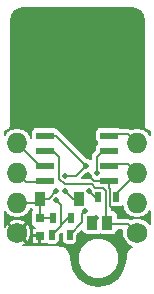
<source format=gbr>
G04 #@! TF.FileFunction,Copper,L2,Bot,Signal*
%FSLAX46Y46*%
G04 Gerber Fmt 4.6, Leading zero omitted, Abs format (unit mm)*
G04 Created by KiCad (PCBNEW 4.0.2-stable) date 2016 June 28, Tuesday 15:24:32*
%MOMM*%
G01*
G04 APERTURE LIST*
%ADD10C,0.100000*%
%ADD11R,0.500000X0.900000*%
%ADD12R,0.965200X1.270000*%
%ADD13R,0.750000X0.800000*%
%ADD14R,0.910000X1.220000*%
%ADD15R,1.550000X0.600000*%
%ADD16C,1.727200*%
%ADD17O,1.727200X1.727200*%
%ADD18C,0.500000*%
%ADD19C,0.200000*%
G04 APERTURE END LIST*
D10*
D11*
X164580000Y-103378000D03*
X163080000Y-103378000D03*
D12*
X163830000Y-105537000D03*
X162560000Y-105537000D03*
D11*
X160643000Y-106553000D03*
X159143000Y-106553000D03*
D13*
X158115000Y-105168000D03*
X158115000Y-106668000D03*
D11*
X160770000Y-105156000D03*
X159270000Y-105156000D03*
D14*
X158131000Y-103505000D03*
X161401000Y-103505000D03*
D15*
X163990000Y-98171000D03*
X163990000Y-99441000D03*
X163990000Y-100711000D03*
X163990000Y-101981000D03*
X158590000Y-101981000D03*
X158590000Y-100711000D03*
X158590000Y-99441000D03*
X158590000Y-98171000D03*
D16*
X166370000Y-106426000D03*
D17*
X166370000Y-103886000D03*
X166370000Y-101346000D03*
X166370000Y-98806000D03*
D16*
X156210000Y-106426000D03*
D17*
X156210000Y-103886000D03*
X156210000Y-101346000D03*
X156210000Y-98806000D03*
D18*
X162052000Y-100711000D03*
X159512000Y-102870000D03*
X160274000Y-101600000D03*
X162052000Y-98552000D03*
X162306000Y-101600000D03*
X160274000Y-102870000D03*
X161925000Y-104521000D03*
X162941000Y-101346000D03*
X162306000Y-102870000D03*
X159512000Y-103632000D03*
X162890000Y-105116000D03*
D19*
X158590000Y-98171000D02*
X159512000Y-98171000D01*
X159512000Y-98171000D02*
X162052000Y-100711000D01*
X162052000Y-100711000D02*
X161163000Y-101600000D01*
X161163000Y-101600000D02*
X160274000Y-101600000D01*
X159512000Y-102870000D02*
X158877000Y-103505000D01*
X158877000Y-103505000D02*
X158131000Y-103505000D01*
X159270000Y-105156000D02*
X158127000Y-105156000D01*
X158127000Y-105156000D02*
X158115000Y-105168000D01*
X158115000Y-105168000D02*
X158115000Y-103521000D01*
X158115000Y-103521000D02*
X158131000Y-103505000D01*
X156210000Y-103886000D02*
X157750000Y-103886000D01*
X157750000Y-103886000D02*
X158131000Y-103505000D01*
X158127000Y-105156000D02*
X158115000Y-105168000D01*
X164055402Y-104111402D02*
X164338000Y-104394000D01*
X164055402Y-102714402D02*
X164055402Y-104111402D01*
X163990000Y-102649000D02*
X164055402Y-102714402D01*
X163990000Y-101981000D02*
X163990000Y-102649000D01*
X162687000Y-101981000D02*
X162306000Y-101600000D01*
X163990000Y-101981000D02*
X162687000Y-101981000D01*
X160909000Y-103505000D02*
X161401000Y-103505000D01*
X160274000Y-102870000D02*
X160909000Y-103505000D01*
X166370000Y-98806000D02*
X165608000Y-98044000D01*
X165608000Y-98044000D02*
X164117000Y-98044000D01*
X164117000Y-98044000D02*
X163990000Y-98171000D01*
X161671000Y-105525000D02*
X160643000Y-106553000D01*
X161671000Y-104775000D02*
X161671000Y-105525000D01*
X161925000Y-104521000D02*
X161671000Y-104775000D01*
X162941000Y-99949000D02*
X162941000Y-101346000D01*
X163449000Y-99441000D02*
X162941000Y-99949000D01*
X163990000Y-99441000D02*
X163449000Y-99441000D01*
X166370000Y-101346000D02*
X165608000Y-100584000D01*
X165608000Y-100584000D02*
X164117000Y-100584000D01*
X164117000Y-100584000D02*
X163990000Y-100711000D01*
X164580000Y-103136000D02*
X166370000Y-101346000D01*
X158590000Y-102108000D02*
X156972000Y-102108000D01*
X156972000Y-102108000D02*
X156210000Y-101346000D01*
X158590000Y-100711000D02*
X158115000Y-100711000D01*
X158115000Y-100711000D02*
X156210000Y-98806000D01*
X162115500Y-102298500D02*
X160210500Y-102298500D01*
X162115500Y-102298500D02*
X162496500Y-102298500D01*
X162496500Y-102298500D02*
X162814000Y-102616000D01*
X162814000Y-102616000D02*
X163449000Y-102616000D01*
X163703000Y-105537000D02*
X163703000Y-102870000D01*
X163703000Y-102870000D02*
X163449000Y-102616000D01*
X159766000Y-99949000D02*
X159258000Y-99441000D01*
X159766000Y-101854000D02*
X159766000Y-99949000D01*
X160210500Y-102298500D02*
X159766000Y-101854000D01*
X159258000Y-99441000D02*
X158590000Y-99441000D01*
X163830000Y-105664000D02*
X165608000Y-105664000D01*
X165608000Y-105664000D02*
X166370000Y-106426000D01*
X163080000Y-103378000D02*
X162814000Y-103378000D01*
X162814000Y-103378000D02*
X162306000Y-102870000D01*
X159893000Y-105803000D02*
X159143000Y-106553000D01*
X159893000Y-104013000D02*
X159893000Y-105803000D01*
X159512000Y-103632000D02*
X159893000Y-104013000D01*
X160770000Y-105156000D02*
X160540000Y-105156000D01*
X160540000Y-105156000D02*
X159143000Y-106553000D01*
X162890000Y-105116000D02*
X162560000Y-105446000D01*
X162560000Y-105446000D02*
X162560000Y-105537000D01*
G36*
X157383660Y-104399372D02*
X157476065Y-104462509D01*
X157455628Y-104475660D01*
X157364296Y-104609329D01*
X157332164Y-104768000D01*
X157332164Y-105568000D01*
X157360056Y-105716231D01*
X157447660Y-105852372D01*
X157581329Y-105943704D01*
X157701305Y-105968000D01*
X157680327Y-105968000D01*
X157570064Y-106013672D01*
X157485672Y-106098063D01*
X157440000Y-106208326D01*
X157440000Y-106543000D01*
X157515000Y-106618000D01*
X158065000Y-106618000D01*
X158065000Y-106598000D01*
X158165000Y-106598000D01*
X158165000Y-106618000D01*
X158185000Y-106618000D01*
X158185000Y-106718000D01*
X158165000Y-106718000D01*
X158165000Y-107293000D01*
X158240000Y-107368000D01*
X158549673Y-107368000D01*
X158654883Y-107324421D01*
X158734329Y-107378704D01*
X158893000Y-107410836D01*
X159393000Y-107410836D01*
X159541231Y-107382944D01*
X159677372Y-107295340D01*
X159768704Y-107161671D01*
X159800836Y-107003000D01*
X159800836Y-106602270D01*
X159985164Y-106417943D01*
X159985164Y-107003000D01*
X160013056Y-107151231D01*
X160100660Y-107287372D01*
X160234329Y-107378704D01*
X160393000Y-107410836D01*
X160893000Y-107410836D01*
X161041231Y-107382944D01*
X161177372Y-107295340D01*
X161268704Y-107161671D01*
X161300836Y-107003000D01*
X161300836Y-106602270D01*
X161679310Y-106223796D01*
X161697456Y-106320231D01*
X161785060Y-106456372D01*
X161918729Y-106547704D01*
X162077400Y-106579836D01*
X163042600Y-106579836D01*
X163190831Y-106551944D01*
X163195340Y-106549043D01*
X163347400Y-106579836D01*
X164312600Y-106579836D01*
X164460831Y-106551944D01*
X164596972Y-106464340D01*
X164688304Y-106330671D01*
X164720436Y-106172000D01*
X164720436Y-106164000D01*
X165110586Y-106164000D01*
X165106620Y-106173552D01*
X165106182Y-106676243D01*
X165298148Y-107140837D01*
X165653294Y-107496603D01*
X165902302Y-107600000D01*
X165746893Y-107703842D01*
X165681368Y-107769368D01*
X165615842Y-107834893D01*
X165505721Y-107999700D01*
X165451014Y-108131775D01*
X165434796Y-108170929D01*
X165396127Y-108365332D01*
X165396127Y-108412115D01*
X165387000Y-108458000D01*
X165387000Y-108538216D01*
X165201879Y-109468882D01*
X164701200Y-110218200D01*
X163951882Y-110718879D01*
X163068000Y-110894694D01*
X162184118Y-110718879D01*
X161434800Y-110218200D01*
X160934121Y-109468882D01*
X160827243Y-108931569D01*
X161317696Y-108931569D01*
X161583557Y-109575001D01*
X162075410Y-110067713D01*
X162718376Y-110334696D01*
X163414569Y-110335304D01*
X164058001Y-110069443D01*
X164550713Y-109577590D01*
X164817696Y-108934624D01*
X164818304Y-108238431D01*
X164552443Y-107594999D01*
X164060590Y-107102287D01*
X163417624Y-106835304D01*
X162721431Y-106834696D01*
X162077999Y-107100557D01*
X161585287Y-107592410D01*
X161318304Y-108235376D01*
X161317696Y-108931569D01*
X160827243Y-108931569D01*
X160749000Y-108538216D01*
X160749000Y-108458000D01*
X160739873Y-108412115D01*
X160739873Y-108365333D01*
X160701204Y-108170929D01*
X160684986Y-108131775D01*
X160630279Y-107999700D01*
X160520158Y-107834893D01*
X160454632Y-107769368D01*
X160389107Y-107703842D01*
X160224300Y-107593721D01*
X160053072Y-107522796D01*
X160053071Y-107522796D01*
X159858668Y-107484127D01*
X159811885Y-107484127D01*
X159766000Y-107475000D01*
X156719856Y-107475000D01*
X156866276Y-107414351D01*
X156959725Y-107246435D01*
X156210000Y-106496711D01*
X156195858Y-106510853D01*
X156125147Y-106440142D01*
X156139289Y-106426000D01*
X156280711Y-106426000D01*
X157030435Y-107175725D01*
X157198351Y-107082276D01*
X157317195Y-106793000D01*
X157440000Y-106793000D01*
X157440000Y-107127674D01*
X157485672Y-107237937D01*
X157570064Y-107322328D01*
X157680327Y-107368000D01*
X157990000Y-107368000D01*
X158065000Y-107293000D01*
X158065000Y-106718000D01*
X157515000Y-106718000D01*
X157440000Y-106793000D01*
X157317195Y-106793000D01*
X157374263Y-106654094D01*
X157372926Y-106191187D01*
X157198351Y-105769724D01*
X157030435Y-105676275D01*
X156280711Y-106426000D01*
X156139289Y-106426000D01*
X155389565Y-105676275D01*
X155221649Y-105769724D01*
X155161000Y-105917348D01*
X155161000Y-105605565D01*
X155460275Y-105605565D01*
X156210000Y-106355289D01*
X156959725Y-105605565D01*
X156866276Y-105437649D01*
X156438094Y-105261737D01*
X155975187Y-105263074D01*
X155553724Y-105437649D01*
X155460275Y-105605565D01*
X155161000Y-105605565D01*
X155161000Y-104583826D01*
X155291745Y-104779500D01*
X155701686Y-105053414D01*
X156185245Y-105149600D01*
X156234755Y-105149600D01*
X156718314Y-105053414D01*
X157128255Y-104779500D01*
X157382968Y-104398296D01*
X157383660Y-104399372D01*
X157383660Y-104399372D01*
G37*
X157383660Y-104399372D02*
X157476065Y-104462509D01*
X157455628Y-104475660D01*
X157364296Y-104609329D01*
X157332164Y-104768000D01*
X157332164Y-105568000D01*
X157360056Y-105716231D01*
X157447660Y-105852372D01*
X157581329Y-105943704D01*
X157701305Y-105968000D01*
X157680327Y-105968000D01*
X157570064Y-106013672D01*
X157485672Y-106098063D01*
X157440000Y-106208326D01*
X157440000Y-106543000D01*
X157515000Y-106618000D01*
X158065000Y-106618000D01*
X158065000Y-106598000D01*
X158165000Y-106598000D01*
X158165000Y-106618000D01*
X158185000Y-106618000D01*
X158185000Y-106718000D01*
X158165000Y-106718000D01*
X158165000Y-107293000D01*
X158240000Y-107368000D01*
X158549673Y-107368000D01*
X158654883Y-107324421D01*
X158734329Y-107378704D01*
X158893000Y-107410836D01*
X159393000Y-107410836D01*
X159541231Y-107382944D01*
X159677372Y-107295340D01*
X159768704Y-107161671D01*
X159800836Y-107003000D01*
X159800836Y-106602270D01*
X159985164Y-106417943D01*
X159985164Y-107003000D01*
X160013056Y-107151231D01*
X160100660Y-107287372D01*
X160234329Y-107378704D01*
X160393000Y-107410836D01*
X160893000Y-107410836D01*
X161041231Y-107382944D01*
X161177372Y-107295340D01*
X161268704Y-107161671D01*
X161300836Y-107003000D01*
X161300836Y-106602270D01*
X161679310Y-106223796D01*
X161697456Y-106320231D01*
X161785060Y-106456372D01*
X161918729Y-106547704D01*
X162077400Y-106579836D01*
X163042600Y-106579836D01*
X163190831Y-106551944D01*
X163195340Y-106549043D01*
X163347400Y-106579836D01*
X164312600Y-106579836D01*
X164460831Y-106551944D01*
X164596972Y-106464340D01*
X164688304Y-106330671D01*
X164720436Y-106172000D01*
X164720436Y-106164000D01*
X165110586Y-106164000D01*
X165106620Y-106173552D01*
X165106182Y-106676243D01*
X165298148Y-107140837D01*
X165653294Y-107496603D01*
X165902302Y-107600000D01*
X165746893Y-107703842D01*
X165681368Y-107769368D01*
X165615842Y-107834893D01*
X165505721Y-107999700D01*
X165451014Y-108131775D01*
X165434796Y-108170929D01*
X165396127Y-108365332D01*
X165396127Y-108412115D01*
X165387000Y-108458000D01*
X165387000Y-108538216D01*
X165201879Y-109468882D01*
X164701200Y-110218200D01*
X163951882Y-110718879D01*
X163068000Y-110894694D01*
X162184118Y-110718879D01*
X161434800Y-110218200D01*
X160934121Y-109468882D01*
X160827243Y-108931569D01*
X161317696Y-108931569D01*
X161583557Y-109575001D01*
X162075410Y-110067713D01*
X162718376Y-110334696D01*
X163414569Y-110335304D01*
X164058001Y-110069443D01*
X164550713Y-109577590D01*
X164817696Y-108934624D01*
X164818304Y-108238431D01*
X164552443Y-107594999D01*
X164060590Y-107102287D01*
X163417624Y-106835304D01*
X162721431Y-106834696D01*
X162077999Y-107100557D01*
X161585287Y-107592410D01*
X161318304Y-108235376D01*
X161317696Y-108931569D01*
X160827243Y-108931569D01*
X160749000Y-108538216D01*
X160749000Y-108458000D01*
X160739873Y-108412115D01*
X160739873Y-108365333D01*
X160701204Y-108170929D01*
X160684986Y-108131775D01*
X160630279Y-107999700D01*
X160520158Y-107834893D01*
X160454632Y-107769368D01*
X160389107Y-107703842D01*
X160224300Y-107593721D01*
X160053072Y-107522796D01*
X160053071Y-107522796D01*
X159858668Y-107484127D01*
X159811885Y-107484127D01*
X159766000Y-107475000D01*
X156719856Y-107475000D01*
X156866276Y-107414351D01*
X156959725Y-107246435D01*
X156210000Y-106496711D01*
X156195858Y-106510853D01*
X156125147Y-106440142D01*
X156139289Y-106426000D01*
X156280711Y-106426000D01*
X157030435Y-107175725D01*
X157198351Y-107082276D01*
X157317195Y-106793000D01*
X157440000Y-106793000D01*
X157440000Y-107127674D01*
X157485672Y-107237937D01*
X157570064Y-107322328D01*
X157680327Y-107368000D01*
X157990000Y-107368000D01*
X158065000Y-107293000D01*
X158065000Y-106718000D01*
X157515000Y-106718000D01*
X157440000Y-106793000D01*
X157317195Y-106793000D01*
X157374263Y-106654094D01*
X157372926Y-106191187D01*
X157198351Y-105769724D01*
X157030435Y-105676275D01*
X156280711Y-106426000D01*
X156139289Y-106426000D01*
X155389565Y-105676275D01*
X155221649Y-105769724D01*
X155161000Y-105917348D01*
X155161000Y-105605565D01*
X155460275Y-105605565D01*
X156210000Y-106355289D01*
X156959725Y-105605565D01*
X156866276Y-105437649D01*
X156438094Y-105261737D01*
X155975187Y-105263074D01*
X155553724Y-105437649D01*
X155460275Y-105605565D01*
X155161000Y-105605565D01*
X155161000Y-104583826D01*
X155291745Y-104779500D01*
X155701686Y-105053414D01*
X156185245Y-105149600D01*
X156234755Y-105149600D01*
X156718314Y-105053414D01*
X157128255Y-104779500D01*
X157382968Y-104398296D01*
X157383660Y-104399372D01*
G36*
X165177831Y-104369559D02*
X165451745Y-104779500D01*
X165861686Y-105053414D01*
X166345245Y-105149600D01*
X166394755Y-105149600D01*
X166878314Y-105053414D01*
X167288255Y-104779500D01*
X167419000Y-104583826D01*
X167419000Y-105688271D01*
X167086706Y-105355397D01*
X166622448Y-105162620D01*
X166119757Y-105162182D01*
X165884895Y-105259225D01*
X165799342Y-105202060D01*
X165608000Y-105164000D01*
X164720436Y-105164000D01*
X164720436Y-104902000D01*
X164692544Y-104753769D01*
X164604940Y-104617628D01*
X164471271Y-104526296D01*
X164312600Y-104494164D01*
X164203000Y-104494164D01*
X164203000Y-104210118D01*
X164330000Y-104235836D01*
X164830000Y-104235836D01*
X164978231Y-104207944D01*
X165114372Y-104120340D01*
X165125127Y-104104599D01*
X165177831Y-104369559D01*
X165177831Y-104369559D01*
G37*
X165177831Y-104369559D02*
X165451745Y-104779500D01*
X165861686Y-105053414D01*
X166345245Y-105149600D01*
X166394755Y-105149600D01*
X166878314Y-105053414D01*
X167288255Y-104779500D01*
X167419000Y-104583826D01*
X167419000Y-105688271D01*
X167086706Y-105355397D01*
X166622448Y-105162620D01*
X166119757Y-105162182D01*
X165884895Y-105259225D01*
X165799342Y-105202060D01*
X165608000Y-105164000D01*
X164720436Y-105164000D01*
X164720436Y-104902000D01*
X164692544Y-104753769D01*
X164604940Y-104617628D01*
X164471271Y-104526296D01*
X164312600Y-104494164D01*
X164203000Y-104494164D01*
X164203000Y-104210118D01*
X164330000Y-104235836D01*
X164830000Y-104235836D01*
X164978231Y-104207944D01*
X165114372Y-104120340D01*
X165125127Y-104104599D01*
X165177831Y-104369559D01*
G36*
X164040000Y-101931000D02*
X164060000Y-101931000D01*
X164060000Y-102031000D01*
X164040000Y-102031000D01*
X164040000Y-102051000D01*
X163940000Y-102051000D01*
X163940000Y-102031000D01*
X163920000Y-102031000D01*
X163920000Y-101931000D01*
X163940000Y-101931000D01*
X163940000Y-101911000D01*
X164040000Y-101911000D01*
X164040000Y-101931000D01*
X164040000Y-101931000D01*
G37*
X164040000Y-101931000D02*
X164060000Y-101931000D01*
X164060000Y-102031000D01*
X164040000Y-102031000D01*
X164040000Y-102051000D01*
X163940000Y-102051000D01*
X163940000Y-102031000D01*
X163920000Y-102031000D01*
X163920000Y-101931000D01*
X163940000Y-101931000D01*
X163940000Y-101911000D01*
X164040000Y-101911000D01*
X164040000Y-101931000D01*
G36*
X162290888Y-101474726D02*
X162389636Y-101713714D01*
X162474274Y-101798500D01*
X161671606Y-101798500D01*
X162109056Y-101361050D01*
X162180726Y-101361112D01*
X162291027Y-101315537D01*
X162290888Y-101474726D01*
X162290888Y-101474726D01*
G37*
X162290888Y-101474726D02*
X162389636Y-101713714D01*
X162474274Y-101798500D01*
X161671606Y-101798500D01*
X162109056Y-101361050D01*
X162180726Y-101361112D01*
X162291027Y-101315537D01*
X162290888Y-101474726D01*
G36*
X166259874Y-87431448D02*
X166597174Y-87656824D01*
X166822552Y-87994126D01*
X166911000Y-88438784D01*
X166911000Y-97282000D01*
X166920127Y-97327885D01*
X166920127Y-97374669D01*
X166938030Y-97417891D01*
X166947157Y-97463775D01*
X166973149Y-97502675D01*
X166991052Y-97545896D01*
X167024132Y-97578976D01*
X167050124Y-97617876D01*
X167089024Y-97643868D01*
X167122104Y-97676948D01*
X167165325Y-97694851D01*
X167204225Y-97720843D01*
X167250111Y-97729970D01*
X167293332Y-97747873D01*
X167395065Y-97768109D01*
X167402754Y-97773246D01*
X167407891Y-97780935D01*
X167419000Y-97836783D01*
X167419000Y-98108174D01*
X167288255Y-97912500D01*
X166878314Y-97638586D01*
X166394755Y-97542400D01*
X166345245Y-97542400D01*
X165878834Y-97635175D01*
X165799342Y-97582060D01*
X165608000Y-97544000D01*
X164994952Y-97544000D01*
X164923671Y-97495296D01*
X164765000Y-97463164D01*
X163215000Y-97463164D01*
X163066769Y-97491056D01*
X162930628Y-97578660D01*
X162839296Y-97712329D01*
X162807164Y-97871000D01*
X162807164Y-98471000D01*
X162835056Y-98619231D01*
X162922660Y-98755372D01*
X162996838Y-98806055D01*
X162930628Y-98848660D01*
X162839296Y-98982329D01*
X162807164Y-99141000D01*
X162807164Y-99375730D01*
X162587447Y-99595447D01*
X162479060Y-99757658D01*
X162441000Y-99949000D01*
X162441000Y-100180638D01*
X162420676Y-100160278D01*
X162181860Y-100061113D01*
X162109157Y-100061050D01*
X159865553Y-97817447D01*
X159747976Y-97738884D01*
X159744944Y-97722769D01*
X159657340Y-97586628D01*
X159523671Y-97495296D01*
X159365000Y-97463164D01*
X157815000Y-97463164D01*
X157666769Y-97491056D01*
X157530628Y-97578660D01*
X157439296Y-97712329D01*
X157407164Y-97871000D01*
X157407164Y-98347553D01*
X157402169Y-98322441D01*
X157128255Y-97912500D01*
X156718314Y-97638586D01*
X156234755Y-97542400D01*
X156185245Y-97542400D01*
X155701686Y-97638586D01*
X155291745Y-97912500D01*
X155161000Y-98108174D01*
X155161000Y-97836783D01*
X155172109Y-97780935D01*
X155177246Y-97773246D01*
X155184935Y-97768109D01*
X155286668Y-97747873D01*
X155329889Y-97729970D01*
X155375775Y-97720843D01*
X155414675Y-97694851D01*
X155457896Y-97676948D01*
X155490976Y-97643868D01*
X155529876Y-97617876D01*
X155555867Y-97578978D01*
X155588949Y-97545896D01*
X155606853Y-97502671D01*
X155632843Y-97463775D01*
X155641969Y-97417895D01*
X155659874Y-97374669D01*
X155659874Y-97327880D01*
X155669000Y-97282000D01*
X155669000Y-88438784D01*
X155757448Y-87994126D01*
X155982824Y-87656826D01*
X156320126Y-87431448D01*
X156764784Y-87343000D01*
X165815216Y-87343000D01*
X166259874Y-87431448D01*
X166259874Y-87431448D01*
G37*
X166259874Y-87431448D02*
X166597174Y-87656824D01*
X166822552Y-87994126D01*
X166911000Y-88438784D01*
X166911000Y-97282000D01*
X166920127Y-97327885D01*
X166920127Y-97374669D01*
X166938030Y-97417891D01*
X166947157Y-97463775D01*
X166973149Y-97502675D01*
X166991052Y-97545896D01*
X167024132Y-97578976D01*
X167050124Y-97617876D01*
X167089024Y-97643868D01*
X167122104Y-97676948D01*
X167165325Y-97694851D01*
X167204225Y-97720843D01*
X167250111Y-97729970D01*
X167293332Y-97747873D01*
X167395065Y-97768109D01*
X167402754Y-97773246D01*
X167407891Y-97780935D01*
X167419000Y-97836783D01*
X167419000Y-98108174D01*
X167288255Y-97912500D01*
X166878314Y-97638586D01*
X166394755Y-97542400D01*
X166345245Y-97542400D01*
X165878834Y-97635175D01*
X165799342Y-97582060D01*
X165608000Y-97544000D01*
X164994952Y-97544000D01*
X164923671Y-97495296D01*
X164765000Y-97463164D01*
X163215000Y-97463164D01*
X163066769Y-97491056D01*
X162930628Y-97578660D01*
X162839296Y-97712329D01*
X162807164Y-97871000D01*
X162807164Y-98471000D01*
X162835056Y-98619231D01*
X162922660Y-98755372D01*
X162996838Y-98806055D01*
X162930628Y-98848660D01*
X162839296Y-98982329D01*
X162807164Y-99141000D01*
X162807164Y-99375730D01*
X162587447Y-99595447D01*
X162479060Y-99757658D01*
X162441000Y-99949000D01*
X162441000Y-100180638D01*
X162420676Y-100160278D01*
X162181860Y-100061113D01*
X162109157Y-100061050D01*
X159865553Y-97817447D01*
X159747976Y-97738884D01*
X159744944Y-97722769D01*
X159657340Y-97586628D01*
X159523671Y-97495296D01*
X159365000Y-97463164D01*
X157815000Y-97463164D01*
X157666769Y-97491056D01*
X157530628Y-97578660D01*
X157439296Y-97712329D01*
X157407164Y-97871000D01*
X157407164Y-98347553D01*
X157402169Y-98322441D01*
X157128255Y-97912500D01*
X156718314Y-97638586D01*
X156234755Y-97542400D01*
X156185245Y-97542400D01*
X155701686Y-97638586D01*
X155291745Y-97912500D01*
X155161000Y-98108174D01*
X155161000Y-97836783D01*
X155172109Y-97780935D01*
X155177246Y-97773246D01*
X155184935Y-97768109D01*
X155286668Y-97747873D01*
X155329889Y-97729970D01*
X155375775Y-97720843D01*
X155414675Y-97694851D01*
X155457896Y-97676948D01*
X155490976Y-97643868D01*
X155529876Y-97617876D01*
X155555867Y-97578978D01*
X155588949Y-97545896D01*
X155606853Y-97502671D01*
X155632843Y-97463775D01*
X155641969Y-97417895D01*
X155659874Y-97374669D01*
X155659874Y-97327880D01*
X155669000Y-97282000D01*
X155669000Y-88438784D01*
X155757448Y-87994126D01*
X155982824Y-87656826D01*
X156320126Y-87431448D01*
X156764784Y-87343000D01*
X165815216Y-87343000D01*
X166259874Y-87431448D01*
M02*

</source>
